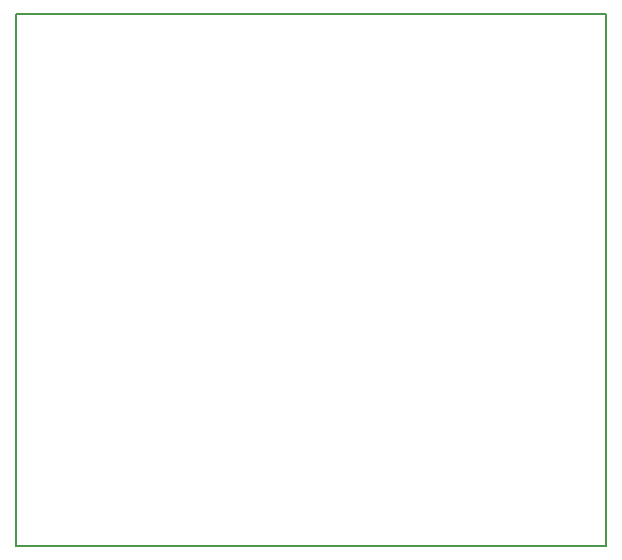
<source format=gm1>
%FSLAX43Y43*%
%MOMM*%
G71*
G01*
G75*
G04 Layer_Color=16711935*
G04:AMPARAMS|DCode=10|XSize=1mm|YSize=0.8mm|CornerRadius=0.12mm|HoleSize=0mm|Usage=FLASHONLY|Rotation=270.000|XOffset=0mm|YOffset=0mm|HoleType=Round|Shape=RoundedRectangle|*
%AMROUNDEDRECTD10*
21,1,1.000,0.560,0,0,270.0*
21,1,0.760,0.800,0,0,270.0*
1,1,0.240,-0.280,-0.380*
1,1,0.240,-0.280,0.380*
1,1,0.240,0.280,0.380*
1,1,0.240,0.280,-0.380*
%
%ADD10ROUNDEDRECTD10*%
G04:AMPARAMS|DCode=11|XSize=1mm|YSize=0.8mm|CornerRadius=0.12mm|HoleSize=0mm|Usage=FLASHONLY|Rotation=0.000|XOffset=0mm|YOffset=0mm|HoleType=Round|Shape=RoundedRectangle|*
%AMROUNDEDRECTD11*
21,1,1.000,0.560,0,0,0.0*
21,1,0.760,0.800,0,0,0.0*
1,1,0.240,0.380,-0.280*
1,1,0.240,-0.380,-0.280*
1,1,0.240,-0.380,0.280*
1,1,0.240,0.380,0.280*
%
%ADD11ROUNDEDRECTD11*%
%ADD12R,1.100X0.550*%
%ADD13R,0.550X1.100*%
G04:AMPARAMS|DCode=14|XSize=0.8mm|YSize=3mm|CornerRadius=0.08mm|HoleSize=0mm|Usage=FLASHONLY|Rotation=270.000|XOffset=0mm|YOffset=0mm|HoleType=Round|Shape=RoundedRectangle|*
%AMROUNDEDRECTD14*
21,1,0.800,2.840,0,0,270.0*
21,1,0.640,3.000,0,0,270.0*
1,1,0.160,-1.420,-0.320*
1,1,0.160,-1.420,0.320*
1,1,0.160,1.420,0.320*
1,1,0.160,1.420,-0.320*
%
%ADD14ROUNDEDRECTD14*%
%ADD15R,1.100X0.850*%
G04:AMPARAMS|DCode=16|XSize=2.1mm|YSize=3mm|CornerRadius=0.21mm|HoleSize=0mm|Usage=FLASHONLY|Rotation=270.000|XOffset=0mm|YOffset=0mm|HoleType=Round|Shape=RoundedRectangle|*
%AMROUNDEDRECTD16*
21,1,2.100,2.580,0,0,270.0*
21,1,1.680,3.000,0,0,270.0*
1,1,0.420,-1.290,-0.840*
1,1,0.420,-1.290,0.840*
1,1,0.420,1.290,0.840*
1,1,0.420,1.290,-0.840*
%
%ADD16ROUNDEDRECTD16*%
%ADD17R,3.000X0.800*%
G04:AMPARAMS|DCode=18|XSize=1.8mm|YSize=0.8mm|CornerRadius=0.08mm|HoleSize=0mm|Usage=FLASHONLY|Rotation=180.000|XOffset=0mm|YOffset=0mm|HoleType=Round|Shape=RoundedRectangle|*
%AMROUNDEDRECTD18*
21,1,1.800,0.640,0,0,180.0*
21,1,1.640,0.800,0,0,180.0*
1,1,0.160,-0.820,0.320*
1,1,0.160,0.820,0.320*
1,1,0.160,0.820,-0.320*
1,1,0.160,-0.820,-0.320*
%
%ADD18ROUNDEDRECTD18*%
%ADD19R,4.000X0.500*%
%ADD20R,3.500X2.700*%
%ADD21R,5.000X2.700*%
%ADD22C,0.300*%
%ADD23C,0.200*%
%ADD24C,0.500*%
%ADD25C,5.000*%
%ADD26C,1.500*%
%ADD27C,1.500*%
%ADD28R,1.500X1.500*%
%ADD29C,2.000*%
%ADD30C,0.900*%
%ADD31C,1.400*%
%ADD32C,0.254*%
%ADD33C,0.100*%
%ADD34C,0.152*%
%ADD35C,0.051*%
%ADD36C,0.150*%
%ADD37C,1.000*%
G04:AMPARAMS|DCode=38|XSize=1.203mm|YSize=1.003mm|CornerRadius=0.222mm|HoleSize=0mm|Usage=FLASHONLY|Rotation=270.000|XOffset=0mm|YOffset=0mm|HoleType=Round|Shape=RoundedRectangle|*
%AMROUNDEDRECTD38*
21,1,1.203,0.560,0,0,270.0*
21,1,0.760,1.003,0,0,270.0*
1,1,0.443,-0.280,-0.380*
1,1,0.443,-0.280,0.380*
1,1,0.443,0.280,0.380*
1,1,0.443,0.280,-0.380*
%
%ADD38ROUNDEDRECTD38*%
G04:AMPARAMS|DCode=39|XSize=1.203mm|YSize=1.003mm|CornerRadius=0.222mm|HoleSize=0mm|Usage=FLASHONLY|Rotation=0.000|XOffset=0mm|YOffset=0mm|HoleType=Round|Shape=RoundedRectangle|*
%AMROUNDEDRECTD39*
21,1,1.203,0.560,0,0,0.0*
21,1,0.760,1.003,0,0,0.0*
1,1,0.443,0.380,-0.280*
1,1,0.443,-0.380,-0.280*
1,1,0.443,-0.380,0.280*
1,1,0.443,0.380,0.280*
%
%ADD39ROUNDEDRECTD39*%
%ADD40R,1.303X0.753*%
%ADD41R,0.753X1.303*%
G04:AMPARAMS|DCode=42|XSize=1.003mm|YSize=3.203mm|CornerRadius=0.182mm|HoleSize=0mm|Usage=FLASHONLY|Rotation=270.000|XOffset=0mm|YOffset=0mm|HoleType=Round|Shape=RoundedRectangle|*
%AMROUNDEDRECTD42*
21,1,1.003,2.840,0,0,270.0*
21,1,0.640,3.203,0,0,270.0*
1,1,0.363,-1.420,-0.320*
1,1,0.363,-1.420,0.320*
1,1,0.363,1.420,0.320*
1,1,0.363,1.420,-0.320*
%
%ADD42ROUNDEDRECTD42*%
%ADD43R,1.303X1.053*%
G04:AMPARAMS|DCode=44|XSize=2.303mm|YSize=3.203mm|CornerRadius=0.312mm|HoleSize=0mm|Usage=FLASHONLY|Rotation=270.000|XOffset=0mm|YOffset=0mm|HoleType=Round|Shape=RoundedRectangle|*
%AMROUNDEDRECTD44*
21,1,2.303,2.580,0,0,270.0*
21,1,1.680,3.203,0,0,270.0*
1,1,0.623,-1.290,-0.840*
1,1,0.623,-1.290,0.840*
1,1,0.623,1.290,0.840*
1,1,0.623,1.290,-0.840*
%
%ADD44ROUNDEDRECTD44*%
%ADD45R,3.203X1.003*%
G04:AMPARAMS|DCode=46|XSize=2.003mm|YSize=1.003mm|CornerRadius=0.182mm|HoleSize=0mm|Usage=FLASHONLY|Rotation=180.000|XOffset=0mm|YOffset=0mm|HoleType=Round|Shape=RoundedRectangle|*
%AMROUNDEDRECTD46*
21,1,2.003,0.640,0,0,180.0*
21,1,1.640,1.003,0,0,180.0*
1,1,0.363,-0.820,0.320*
1,1,0.363,0.820,0.320*
1,1,0.363,0.820,-0.320*
1,1,0.363,-0.820,-0.320*
%
%ADD46ROUNDEDRECTD46*%
%ADD47R,4.203X0.703*%
%ADD48R,3.703X2.903*%
%ADD49R,5.203X2.903*%
%ADD50C,5.203*%
%ADD51C,1.703*%
%ADD52C,1.703*%
%ADD53R,1.703X1.703*%
%ADD54R,0.203X0.203*%
%ADD55C,2.203*%
%ADD56C,0.700*%
%ADD57C,1.603*%
D34*
X100000Y100000D02*
X150000D01*
Y145000D01*
X100000D02*
X150000D01*
X100000Y100000D02*
Y145000D01*
M02*

</source>
